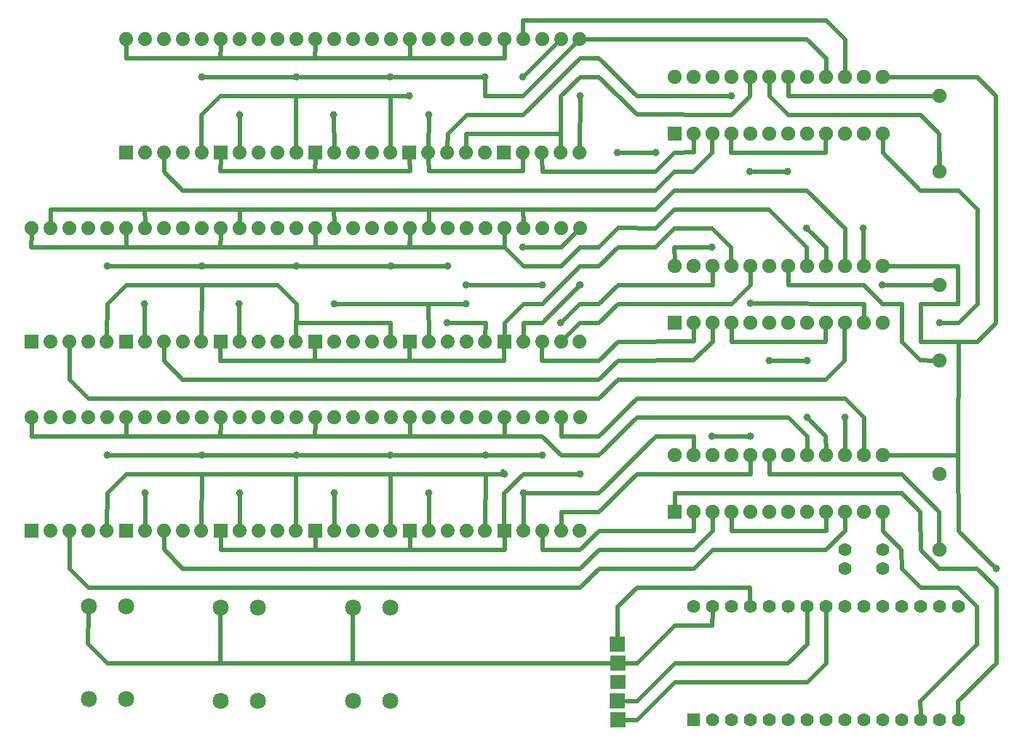
<source format=gbl>
G04 MADE WITH FRITZING*
G04 WWW.FRITZING.ORG*
G04 DOUBLE SIDED*
G04 HOLES PLATED*
G04 CONTOUR ON CENTER OF CONTOUR VECTOR*
%ASAXBY*%
%FSLAX23Y23*%
%MOIN*%
%OFA0B0*%
%SFA1.0B1.0*%
%ADD10C,0.039370*%
%ADD11C,0.070000*%
%ADD12C,0.075000*%
%ADD13C,0.085000*%
%ADD14C,0.074000*%
%ADD15R,0.073028X0.071501*%
%ADD16R,0.071756X0.074809*%
%ADD17R,0.073028X0.069551*%
%ADD18R,0.071501X0.071077*%
%ADD19R,0.071756X0.071756*%
%ADD20R,0.000028X0.000028*%
%ADD21R,0.082469X0.079707*%
%ADD22R,0.080184X0.080286*%
%ADD23R,0.078917X0.078057*%
%ADD24R,0.080000X0.080000*%
%ADD25R,0.080184X0.080012*%
%ADD26R,0.070000X0.069972*%
%ADD27R,0.074000X0.074000*%
%ADD28R,0.075000X0.075000*%
%ADD29C,0.024000*%
%LNCOPPER0*%
G90*
G70*
G54D10*
X4068Y2926D03*
X4769Y2027D03*
X4569Y2027D03*
X4867Y3025D03*
X4369Y2327D03*
X4570Y2327D03*
X4067Y1926D03*
X4269Y1926D03*
X3568Y3428D03*
X3769Y3427D03*
X4268Y3327D03*
X4468Y3327D03*
X4567Y3025D03*
G54D11*
X4769Y1227D03*
X4969Y1227D03*
X4769Y1327D03*
X4969Y1327D03*
G54D10*
X3370Y1728D03*
X2570Y3626D03*
X2467Y3725D03*
X4169Y3727D03*
X3369Y3728D03*
X5269Y3327D03*
X1369Y3826D03*
X1870Y3826D03*
X1870Y3826D03*
X2367Y3826D03*
X2367Y3826D03*
X2367Y3826D03*
X2868Y3826D03*
X2868Y3826D03*
X3068Y3826D03*
X3068Y3826D03*
X3069Y1627D03*
X3169Y1827D03*
X2969Y1727D03*
X5569Y1227D03*
G54D12*
X5269Y2727D03*
X5269Y2327D03*
G54D10*
X4270Y2629D03*
X3268Y2528D03*
X3368Y2728D03*
X3369Y2727D03*
X2768Y2726D03*
X3169Y2726D03*
X2768Y2627D03*
X3068Y2927D03*
X2367Y1826D03*
X1870Y1826D03*
X2869Y1827D03*
X5269Y1327D03*
X1068Y2626D03*
X1068Y2626D03*
X1568Y2626D03*
X1568Y2626D03*
X869Y1827D03*
X1369Y1826D03*
X1369Y1826D03*
X1870Y1826D03*
X2367Y1826D03*
X2869Y1827D03*
X869Y2827D03*
X1369Y2828D03*
X1369Y2828D03*
X1870Y2828D03*
X1870Y2828D03*
X2369Y2827D03*
X2369Y2827D03*
X2069Y2626D03*
X2668Y2528D03*
X2669Y2828D03*
X2669Y2828D03*
X1070Y1627D03*
X1569Y1627D03*
X2070Y1627D03*
X1070Y1627D03*
X1569Y1627D03*
X2070Y1627D03*
X2569Y1627D03*
X2569Y1627D03*
G54D13*
X2365Y1019D03*
X2169Y1019D03*
X2169Y527D03*
X2365Y527D03*
X1665Y1019D03*
X1469Y1019D03*
X1469Y527D03*
X1665Y527D03*
X969Y1027D03*
X772Y1027D03*
X772Y535D03*
X969Y535D03*
G54D14*
X3569Y427D03*
X3569Y527D03*
X3569Y627D03*
X3569Y727D03*
X3569Y827D03*
G54D11*
X3969Y427D03*
X4069Y427D03*
X4169Y427D03*
X4269Y427D03*
X4369Y427D03*
X4469Y427D03*
X4569Y427D03*
X4669Y427D03*
X4769Y427D03*
X4869Y427D03*
X4969Y427D03*
X5069Y427D03*
X5169Y427D03*
X5269Y427D03*
X5369Y427D03*
X3969Y1027D03*
X4069Y1027D03*
X4169Y1027D03*
X4269Y1027D03*
X4369Y1027D03*
X4469Y1027D03*
X4569Y1027D03*
X4669Y1027D03*
X4769Y1027D03*
X4869Y1027D03*
X4969Y1027D03*
X5069Y1027D03*
X5169Y1027D03*
X5269Y1027D03*
X5369Y1027D03*
G54D14*
X2968Y3426D03*
X3068Y3426D03*
X3168Y3426D03*
X3268Y3426D03*
X3366Y3427D03*
X3069Y4026D03*
X3169Y4026D03*
X3269Y4026D03*
X3368Y4027D03*
X2969Y4027D03*
X2969Y2427D03*
X3069Y2427D03*
X3169Y2427D03*
X3269Y2427D03*
X3367Y2427D03*
X3070Y3027D03*
X3170Y3027D03*
X3270Y3027D03*
X3369Y3027D03*
X2970Y3027D03*
X2969Y1427D03*
X3069Y1427D03*
X3169Y1427D03*
X3269Y1427D03*
X3367Y1427D03*
X3070Y2027D03*
X3170Y2027D03*
X3270Y2027D03*
X3369Y2027D03*
X2970Y2027D03*
X2468Y3426D03*
X2568Y3426D03*
X2668Y3426D03*
X2768Y3426D03*
X2866Y3427D03*
X2569Y4026D03*
X2669Y4026D03*
X2769Y4026D03*
X2868Y4027D03*
X2469Y4027D03*
X2469Y2427D03*
X2569Y2427D03*
X2669Y2427D03*
X2769Y2427D03*
X2867Y2427D03*
X2570Y3027D03*
X2670Y3027D03*
X2770Y3027D03*
X2869Y3027D03*
X2470Y3027D03*
X2469Y1427D03*
X2569Y1427D03*
X2669Y1427D03*
X2769Y1427D03*
X2867Y1427D03*
X2570Y2027D03*
X2670Y2027D03*
X2770Y2027D03*
X2869Y2027D03*
X2470Y2027D03*
X1969Y3426D03*
X2069Y3426D03*
X2169Y3426D03*
X2269Y3426D03*
X2368Y3427D03*
X2070Y4026D03*
X2170Y4026D03*
X2270Y4026D03*
X2369Y4027D03*
X1970Y4027D03*
X1969Y2427D03*
X2069Y2427D03*
X2169Y2427D03*
X2269Y2427D03*
X2367Y2427D03*
X2070Y3027D03*
X2170Y3027D03*
X2270Y3027D03*
X2369Y3027D03*
X1970Y3027D03*
X1969Y1427D03*
X2069Y1427D03*
X2169Y1427D03*
X2269Y1427D03*
X2367Y1427D03*
X2070Y2027D03*
X2170Y2027D03*
X2270Y2027D03*
X2369Y2027D03*
X1970Y2027D03*
X1470Y3427D03*
X1570Y3427D03*
X1670Y3427D03*
X1770Y3427D03*
X1869Y3427D03*
X1571Y4027D03*
X1671Y4027D03*
X1771Y4027D03*
X1870Y4027D03*
X1471Y4027D03*
X1469Y2427D03*
X1569Y2427D03*
X1669Y2427D03*
X1769Y2427D03*
X1867Y2427D03*
X1570Y3027D03*
X1670Y3027D03*
X1770Y3027D03*
X1869Y3027D03*
X1470Y3027D03*
X1469Y1427D03*
X1569Y1427D03*
X1669Y1427D03*
X1769Y1427D03*
X1867Y1427D03*
X1570Y2027D03*
X1670Y2027D03*
X1770Y2027D03*
X1869Y2027D03*
X1470Y2027D03*
X469Y2427D03*
X569Y2427D03*
X669Y2427D03*
X769Y2427D03*
X867Y2427D03*
X570Y3027D03*
X670Y3027D03*
X770Y3027D03*
X869Y3027D03*
X470Y3027D03*
X469Y1427D03*
X569Y1427D03*
X669Y1427D03*
X769Y1427D03*
X867Y1427D03*
X570Y2027D03*
X670Y2027D03*
X770Y2027D03*
X869Y2027D03*
X470Y2027D03*
X970Y3427D03*
X1070Y3427D03*
X1170Y3427D03*
X1270Y3427D03*
X1369Y3427D03*
X1071Y4027D03*
X1171Y4027D03*
X1271Y4027D03*
X1370Y4027D03*
X971Y4027D03*
X969Y2427D03*
X1069Y2427D03*
X1169Y2427D03*
X1269Y2427D03*
X1367Y2427D03*
X1070Y3027D03*
X1170Y3027D03*
X1270Y3027D03*
X1369Y3027D03*
X970Y3027D03*
X969Y1427D03*
X1069Y1427D03*
X1169Y1427D03*
X1269Y1427D03*
X1367Y1427D03*
X1070Y2027D03*
X1170Y2027D03*
X1270Y2027D03*
X1369Y2027D03*
X970Y2027D03*
G54D12*
X3869Y3527D03*
X3869Y3827D03*
X3969Y3527D03*
X3969Y3827D03*
X4069Y3527D03*
X4069Y3827D03*
X4169Y3527D03*
X4169Y3827D03*
X4269Y3527D03*
X4269Y3827D03*
X4369Y3527D03*
X4369Y3827D03*
X4469Y3527D03*
X4469Y3827D03*
X4569Y3527D03*
X4569Y3827D03*
X4669Y3527D03*
X4669Y3827D03*
X4769Y3527D03*
X4769Y3827D03*
X4869Y3527D03*
X4869Y3827D03*
X4969Y3527D03*
X4969Y3827D03*
X3869Y2527D03*
X3869Y2827D03*
X3969Y2527D03*
X3969Y2827D03*
X4069Y2527D03*
X4069Y2827D03*
X4169Y2527D03*
X4169Y2827D03*
X4269Y2527D03*
X4269Y2827D03*
X4369Y2527D03*
X4369Y2827D03*
X4469Y2527D03*
X4469Y2827D03*
X4569Y2527D03*
X4569Y2827D03*
X4669Y2527D03*
X4669Y2827D03*
X4769Y2527D03*
X4769Y2827D03*
X4869Y2527D03*
X4869Y2827D03*
X4969Y2527D03*
X4969Y2827D03*
X3870Y1527D03*
X3870Y1827D03*
X3970Y1527D03*
X3970Y1827D03*
X4070Y1527D03*
X4070Y1827D03*
X4170Y1527D03*
X4170Y1827D03*
X4270Y1527D03*
X4270Y1827D03*
X4370Y1527D03*
X4370Y1827D03*
X4470Y1527D03*
X4470Y1827D03*
X4570Y1527D03*
X4570Y1827D03*
X4670Y1527D03*
X4670Y1827D03*
X4770Y1527D03*
X4770Y1827D03*
X4870Y1527D03*
X4870Y1827D03*
X4970Y1527D03*
X4970Y1827D03*
X5269Y3327D03*
X5269Y3727D03*
X5269Y1327D03*
X5269Y1727D03*
G54D10*
X5269Y2527D03*
X4968Y2725D03*
X4968Y2725D03*
X5270Y2725D03*
X5270Y2725D03*
X1570Y3626D03*
X1570Y3626D03*
X2068Y3626D03*
X2068Y3626D03*
G54D15*
X3568Y826D03*
G54D16*
X3569Y728D03*
G54D17*
X3570Y627D03*
G54D18*
X3569Y426D03*
G54D19*
X3569Y527D03*
G54D20*
X3569Y427D03*
X3569Y527D03*
G54D18*
X3569Y527D03*
G54D19*
X3569Y427D03*
G54D20*
X3569Y427D03*
X3569Y527D03*
G54D18*
X3569Y527D03*
G54D19*
X3569Y427D03*
G54D20*
X3569Y427D03*
X3569Y527D03*
G54D18*
X3569Y527D03*
G54D19*
X3569Y427D03*
G54D21*
X3568Y827D03*
G54D22*
X3569Y727D03*
G54D23*
X3569Y627D03*
G54D24*
X3568Y527D03*
G54D25*
X3569Y427D03*
G54D26*
X3969Y427D03*
G54D27*
X2968Y3426D03*
X2969Y2427D03*
X2969Y1427D03*
X2468Y3426D03*
X2469Y2427D03*
X2469Y1427D03*
X1969Y3426D03*
X1969Y2427D03*
X1969Y1427D03*
X1470Y3427D03*
X1469Y2427D03*
X1469Y1427D03*
X469Y2427D03*
X469Y1427D03*
X970Y3427D03*
X969Y2427D03*
X969Y1427D03*
G54D28*
X3869Y3527D03*
X3869Y2527D03*
X3870Y1527D03*
G54D29*
X1468Y727D02*
X3525Y727D01*
D02*
X1468Y984D02*
X1468Y727D01*
D02*
X2168Y727D02*
X2168Y984D01*
D02*
X3525Y727D02*
X2168Y727D01*
D02*
X767Y829D02*
X771Y992D01*
D02*
X869Y727D02*
X767Y829D01*
D02*
X3525Y727D02*
X869Y727D01*
D02*
X3587Y3428D02*
X3750Y3427D01*
D02*
X3868Y2926D02*
X3869Y2856D01*
D02*
X4049Y2926D02*
X3868Y2926D01*
D02*
X4769Y2008D02*
X4770Y1856D01*
D02*
X4582Y2013D02*
X4668Y1928D01*
D02*
X4668Y1928D02*
X4669Y1856D01*
D02*
X4551Y2327D02*
X4388Y2327D01*
D02*
X4086Y1926D02*
X4250Y1926D01*
D02*
X4287Y3327D02*
X4449Y3327D01*
D02*
X4868Y2856D02*
X4867Y3006D01*
D02*
X4669Y2928D02*
X4581Y3012D01*
D02*
X4669Y2856D02*
X4669Y2928D01*
D02*
X3468Y1627D02*
X3369Y1627D01*
D02*
X3770Y1925D02*
X3468Y1627D01*
D02*
X3970Y1926D02*
X3770Y1925D01*
D02*
X3970Y1856D02*
X3970Y1926D01*
D02*
X1467Y3329D02*
X1469Y3396D01*
D02*
X1968Y3329D02*
X1467Y3329D01*
D02*
X1969Y3395D02*
X1968Y3329D01*
D02*
X1968Y3329D02*
X1969Y3395D01*
D02*
X2469Y3329D02*
X1968Y3329D01*
D02*
X2468Y3395D02*
X2469Y3329D01*
D02*
X4167Y3427D02*
X4668Y3427D01*
D02*
X4668Y3427D02*
X4668Y3498D01*
D02*
X4168Y3498D02*
X4167Y3427D01*
D02*
X3068Y3329D02*
X2570Y3329D01*
D02*
X3267Y3728D02*
X3267Y3528D01*
D02*
X3369Y3826D02*
X3267Y3728D01*
D02*
X3267Y3528D02*
X3267Y3458D01*
D02*
X4170Y3628D02*
X3669Y3629D01*
D02*
X3468Y3826D02*
X3369Y3826D01*
D02*
X3669Y3629D02*
X3468Y3826D01*
D02*
X4268Y3726D02*
X4170Y3628D01*
D02*
X4268Y3798D02*
X4268Y3726D01*
D02*
X3468Y3927D02*
X3669Y3726D01*
D02*
X3669Y3726D02*
X4150Y3727D01*
D02*
X3068Y3626D02*
X3369Y3927D01*
D02*
X3369Y3927D02*
X3468Y3927D01*
D02*
X2770Y3628D02*
X3068Y3626D01*
D02*
X3267Y3528D02*
X2767Y3527D01*
D02*
X2767Y3527D02*
X2767Y3458D01*
D02*
X3267Y3458D02*
X3267Y3528D01*
D02*
X3369Y3709D02*
X3367Y3458D01*
D02*
X4567Y4025D02*
X3399Y4026D01*
D02*
X4669Y3928D02*
X4567Y4025D01*
D02*
X4669Y3856D02*
X4669Y3928D01*
D02*
X5268Y3527D02*
X5269Y3346D01*
D02*
X4470Y3628D02*
X5170Y3628D01*
D02*
X5170Y3628D02*
X5268Y3527D01*
D02*
X4369Y3726D02*
X4470Y3628D01*
D02*
X4369Y3798D02*
X4369Y3726D01*
D02*
X1851Y3826D02*
X1388Y3826D01*
D02*
X2348Y3826D02*
X1889Y3826D01*
D02*
X2386Y3826D02*
X2849Y3826D01*
D02*
X1467Y3927D02*
X970Y3927D01*
D02*
X970Y3927D02*
X970Y3996D01*
D02*
X1470Y3996D02*
X1467Y3927D01*
D02*
X1968Y3927D02*
X1467Y3927D01*
D02*
X1467Y3927D02*
X1470Y3996D01*
D02*
X1969Y3996D02*
X1968Y3927D01*
D02*
X2469Y3927D02*
X2469Y3996D01*
D02*
X1968Y3927D02*
X2469Y3927D01*
D02*
X1969Y3996D02*
X1968Y3927D01*
D02*
X2970Y3927D02*
X2469Y3927D01*
D02*
X2469Y3927D02*
X2469Y3996D01*
D02*
X2969Y3996D02*
X2970Y3927D01*
D02*
X4770Y4025D02*
X4669Y4127D01*
D02*
X4769Y3856D02*
X4770Y4025D01*
D02*
X4669Y4127D02*
X3068Y4127D01*
D02*
X3068Y4127D02*
X3068Y4058D01*
D02*
X2868Y3728D02*
X3068Y3728D01*
D02*
X2868Y3807D02*
X2868Y3728D01*
D02*
X3068Y3728D02*
X3346Y4005D01*
D02*
X3081Y3839D02*
X3247Y4005D01*
D02*
X3081Y3839D02*
X3247Y4005D01*
D02*
X4997Y3827D02*
X5470Y3827D01*
D02*
X4469Y3728D02*
X5240Y3727D01*
D02*
X4469Y3798D02*
X4469Y3728D01*
D02*
X3069Y1458D02*
X3069Y1608D01*
D02*
X3069Y1627D02*
X3069Y1458D01*
D02*
X3369Y1627D02*
X3069Y1627D01*
D02*
X2968Y1728D02*
X2959Y1743D01*
D02*
X2869Y1725D02*
X2968Y1728D01*
D02*
X2868Y1458D02*
X2869Y1725D01*
D02*
X2869Y1725D02*
X2868Y1458D01*
D02*
X3269Y1528D02*
X3468Y1526D01*
D02*
X3468Y1526D02*
X3669Y1728D01*
D02*
X3269Y1458D02*
X3269Y1528D01*
D02*
X3669Y1728D02*
X4270Y1727D01*
D02*
X4270Y1727D02*
X4270Y1798D01*
D02*
X1268Y3228D02*
X3768Y3226D01*
D02*
X1170Y3325D02*
X1268Y3228D01*
D02*
X1170Y3396D02*
X1170Y3325D01*
D02*
X3868Y3326D02*
X3968Y3326D01*
D02*
X3968Y3326D02*
X4068Y3428D01*
D02*
X3768Y3226D02*
X3868Y3326D01*
D02*
X4068Y3428D02*
X4068Y3498D01*
D02*
X3369Y2827D02*
X3368Y2827D01*
D02*
X3069Y2626D02*
X2969Y2525D01*
D02*
X3170Y2626D02*
X3069Y2626D01*
D02*
X2969Y2525D02*
X2969Y2458D01*
D02*
X3368Y2827D02*
X3170Y2626D01*
D02*
X4568Y3226D02*
X4769Y3027D01*
D02*
X3768Y3126D02*
X3868Y3226D01*
D02*
X3868Y3226D02*
X4568Y3226D01*
D02*
X3068Y3127D02*
X3768Y3126D01*
D02*
X4769Y3027D02*
X4769Y2856D01*
D02*
X3069Y3058D02*
X3068Y3127D01*
D02*
X2570Y3128D02*
X3068Y3128D01*
D02*
X3068Y3128D02*
X3069Y3058D01*
D02*
X2570Y3058D02*
X2570Y3128D01*
D02*
X2570Y3128D02*
X2068Y3128D01*
D02*
X2068Y3128D02*
X2069Y3058D01*
D02*
X2570Y3058D02*
X2570Y3128D01*
D02*
X2068Y3128D02*
X1570Y3128D01*
D02*
X1570Y3128D02*
X1570Y3058D01*
D02*
X2069Y3058D02*
X2068Y3128D01*
D02*
X1570Y3128D02*
X1068Y3128D01*
D02*
X1068Y3128D02*
X1069Y3058D01*
D02*
X1570Y3058D02*
X1570Y3128D01*
D02*
X1068Y3128D02*
X570Y3128D01*
D02*
X570Y3128D02*
X570Y3058D01*
D02*
X1069Y3058D02*
X1068Y3128D01*
D02*
X4269Y2798D02*
X4269Y2728D01*
D02*
X4269Y2728D02*
X4169Y2628D01*
D02*
X3569Y2626D02*
X3468Y2525D01*
D02*
X4169Y2628D02*
X3569Y2626D01*
D02*
X3569Y2727D02*
X4069Y2728D01*
D02*
X3468Y2626D02*
X3569Y2727D01*
D02*
X3368Y2628D02*
X3468Y2626D01*
D02*
X4069Y2728D02*
X4069Y2798D01*
D02*
X3170Y2525D02*
X3355Y2713D01*
D02*
X3069Y2525D02*
X3170Y2525D01*
D02*
X3069Y2458D02*
X3069Y2525D01*
D02*
X3269Y2827D02*
X3368Y2927D01*
D02*
X3069Y2827D02*
X3269Y2827D01*
D02*
X2969Y2927D02*
X3069Y2827D01*
D02*
X2969Y2996D02*
X2969Y2927D01*
D02*
X3150Y2726D02*
X2787Y2726D01*
D02*
X1889Y1826D02*
X2348Y1826D01*
D02*
X2850Y1827D02*
X2386Y1826D01*
D02*
X5069Y1726D02*
X5268Y1527D01*
D02*
X4371Y1726D02*
X5069Y1726D01*
D02*
X5268Y1527D02*
X5268Y1346D01*
D02*
X4370Y1798D02*
X4371Y1726D01*
D02*
X3468Y2127D02*
X3569Y2227D01*
D02*
X3569Y2227D02*
X4668Y2226D01*
D02*
X4668Y2226D02*
X4767Y2326D01*
D02*
X4767Y2326D02*
X4768Y2498D01*
D02*
X770Y2127D02*
X3468Y2127D01*
D02*
X669Y2228D02*
X770Y2127D01*
D02*
X669Y2396D02*
X669Y2228D01*
D02*
X1370Y2727D02*
X969Y2725D01*
D02*
X969Y2725D02*
X870Y2626D01*
D02*
X870Y2626D02*
X868Y2458D01*
D02*
X1368Y2458D02*
X1370Y2727D01*
D02*
X3467Y2226D02*
X3569Y2328D01*
D02*
X3968Y2329D02*
X4069Y2426D01*
D02*
X3569Y2328D02*
X3968Y2329D01*
D02*
X4069Y2426D02*
X4069Y2498D01*
D02*
X1268Y2228D02*
X3467Y2226D01*
D02*
X1170Y2325D02*
X1268Y2228D01*
D02*
X1169Y2396D02*
X1170Y2325D01*
D02*
X1870Y2626D02*
X1769Y2727D01*
D02*
X1769Y2727D02*
X1370Y2727D01*
D02*
X1370Y2727D02*
X1368Y2458D01*
D02*
X1868Y2458D02*
X1870Y2626D01*
D02*
X2367Y2527D02*
X1870Y2528D01*
D02*
X1870Y2626D02*
X1868Y2458D01*
D02*
X1870Y2528D02*
X1870Y2626D01*
D02*
X2367Y2458D02*
X2367Y2527D01*
D02*
X2467Y2328D02*
X2468Y2396D01*
D02*
X1967Y2328D02*
X2467Y2328D01*
D02*
X1968Y2396D02*
X1967Y2328D01*
D02*
X1467Y2328D02*
X1967Y2328D01*
D02*
X1967Y2328D02*
X1968Y2396D01*
D02*
X1468Y2396D02*
X1467Y2328D01*
D02*
X2967Y2328D02*
X2968Y2396D01*
D02*
X2467Y2328D02*
X2967Y2328D01*
D02*
X2468Y2396D02*
X2467Y2328D01*
D02*
X3468Y2328D02*
X3569Y2428D01*
D02*
X3370Y2328D02*
X3468Y2328D01*
D02*
X3569Y2428D02*
X3969Y2429D01*
D02*
X3969Y2429D02*
X3969Y2498D01*
D02*
X3168Y2328D02*
X3370Y2328D01*
D02*
X3168Y2396D02*
X3168Y2328D01*
D02*
X4668Y2428D02*
X4169Y2428D01*
D02*
X4169Y2428D02*
X4169Y2498D01*
D02*
X4668Y2498D02*
X4668Y2428D01*
D02*
X3281Y2541D02*
X3368Y2628D01*
D02*
X1068Y2607D02*
X1068Y2458D01*
D02*
X1068Y2458D02*
X1068Y2607D01*
D02*
X1568Y2607D02*
X1568Y2458D01*
D02*
X1568Y2607D02*
X1568Y2458D01*
D02*
X3368Y2528D02*
X3290Y2449D01*
D02*
X1350Y2828D02*
X888Y2827D01*
D02*
X469Y1927D02*
X969Y1927D01*
D02*
X469Y1996D02*
X469Y1927D01*
D02*
X1467Y1927D02*
X969Y1927D01*
D02*
X1968Y1927D02*
X1467Y1927D01*
D02*
X2469Y1927D02*
X1968Y1927D01*
D02*
X2969Y1927D02*
X2469Y1927D01*
D02*
X2969Y1927D02*
X3168Y1927D01*
D02*
X3467Y1826D02*
X3669Y2025D01*
D02*
X3269Y1826D02*
X3467Y1826D01*
D02*
X3168Y1927D02*
X3269Y1826D01*
D02*
X3669Y2025D02*
X4469Y2027D01*
D02*
X4569Y1926D02*
X4570Y1856D01*
D02*
X4469Y2027D02*
X4569Y1926D01*
D02*
X969Y1927D02*
X970Y1996D01*
D02*
X969Y1927D02*
X970Y1996D01*
D02*
X1467Y1927D02*
X1469Y1996D01*
D02*
X1469Y1996D02*
X1467Y1927D01*
D02*
X1969Y1996D02*
X1968Y1927D01*
D02*
X1968Y1927D02*
X1969Y1996D01*
D02*
X2469Y1996D02*
X2469Y1927D01*
D02*
X2469Y1927D02*
X2469Y1996D01*
D02*
X2970Y1996D02*
X2969Y1927D01*
D02*
X2970Y1996D02*
X2969Y1927D01*
D02*
X888Y1827D02*
X1350Y1826D01*
D02*
X1388Y1826D02*
X1851Y1826D01*
D02*
X3150Y1827D02*
X2888Y1827D01*
D02*
X467Y2927D02*
X969Y2927D01*
D02*
X969Y2927D02*
X969Y2996D01*
D02*
X469Y2996D02*
X467Y2927D01*
D02*
X969Y2927D02*
X1467Y2927D01*
D02*
X1467Y2927D02*
X1469Y2996D01*
D02*
X969Y2996D02*
X969Y2927D01*
D02*
X1467Y2927D02*
X1969Y2927D01*
D02*
X1969Y2927D02*
X1969Y2996D01*
D02*
X1469Y2996D02*
X1467Y2927D01*
D02*
X1969Y2927D02*
X2467Y2927D01*
D02*
X2467Y2927D02*
X2469Y2996D01*
D02*
X1969Y2996D02*
X1969Y2927D01*
D02*
X1851Y2828D02*
X1388Y2828D01*
D02*
X2350Y2827D02*
X1889Y2828D01*
D02*
X2650Y2827D02*
X2388Y2827D01*
D02*
X3468Y2525D02*
X3368Y2528D01*
D02*
X2869Y2528D02*
X2687Y2528D01*
D02*
X2868Y2458D02*
X2869Y2528D01*
D02*
X2568Y2627D02*
X2088Y2626D01*
D02*
X2569Y2458D02*
X2568Y2627D01*
D02*
X2568Y2627D02*
X2569Y2458D01*
D02*
X2749Y2627D02*
X2568Y2627D01*
D02*
X2470Y2926D02*
X2969Y2927D01*
D02*
X2969Y2927D02*
X2969Y2996D01*
D02*
X2470Y2996D02*
X2470Y2926D01*
D02*
X3269Y2927D02*
X3347Y3005D01*
D02*
X3087Y2927D02*
X3269Y2927D01*
D02*
X3170Y2525D02*
X3069Y2525D01*
D02*
X3354Y2714D02*
X3170Y2525D01*
D02*
X3069Y2525D02*
X3069Y2458D01*
D02*
X5169Y1128D02*
X5069Y1228D01*
D02*
X5368Y1127D02*
X5169Y1128D01*
D02*
X5468Y1027D02*
X5368Y1127D01*
D02*
X4969Y1427D02*
X4970Y1526D01*
D02*
X5068Y1327D02*
X4969Y1427D01*
D02*
X5069Y1228D02*
X5068Y1327D01*
D02*
X5468Y828D02*
X5468Y1027D01*
D02*
X5168Y528D02*
X5468Y828D01*
D02*
X4970Y1526D02*
X4967Y1498D01*
D02*
X5169Y456D02*
X5168Y528D01*
D02*
X5369Y1426D02*
X5368Y1828D01*
D02*
X5468Y1327D02*
X5369Y1426D01*
D02*
X5555Y1240D02*
X5468Y1327D01*
D02*
X5368Y1828D02*
X4999Y1827D01*
D02*
X3568Y1026D02*
X3568Y861D01*
D02*
X3669Y1127D02*
X3568Y1026D01*
D02*
X4268Y1127D02*
X3669Y1127D01*
D02*
X4268Y1056D02*
X4268Y1127D01*
D02*
X3669Y728D02*
X3612Y727D01*
D02*
X3869Y926D02*
X3669Y728D01*
D02*
X4068Y928D02*
X3869Y926D01*
D02*
X4069Y998D02*
X4068Y928D01*
D02*
X4569Y827D02*
X4569Y998D01*
D02*
X4468Y726D02*
X4569Y827D01*
D02*
X3869Y728D02*
X4468Y726D01*
D02*
X3669Y528D02*
X3869Y728D01*
D02*
X3612Y528D02*
X3669Y528D01*
D02*
X4670Y726D02*
X4669Y998D01*
D02*
X4569Y627D02*
X4670Y726D01*
D02*
X3869Y628D02*
X4569Y627D01*
D02*
X3669Y428D02*
X3869Y628D01*
D02*
X3603Y427D02*
X3669Y428D01*
D02*
X5069Y1628D02*
X3871Y1628D01*
D02*
X5167Y1527D02*
X5069Y1628D01*
D02*
X3871Y1628D02*
X3870Y1556D01*
D02*
X5170Y1327D02*
X5167Y1527D01*
D02*
X5268Y1226D02*
X5170Y1327D01*
D02*
X5468Y1226D02*
X5268Y1226D01*
D02*
X5569Y1127D02*
X5468Y1226D01*
D02*
X5570Y726D02*
X5569Y1127D01*
D02*
X5368Y527D02*
X5570Y726D01*
D02*
X5368Y456D02*
X5368Y527D01*
D02*
X4070Y1428D02*
X4070Y1498D01*
D02*
X3368Y1227D02*
X3469Y1327D01*
D02*
X3469Y1327D02*
X3970Y1327D01*
D02*
X3970Y1327D02*
X4070Y1428D01*
D02*
X1268Y1228D02*
X3368Y1227D01*
D02*
X1170Y1329D02*
X1268Y1228D01*
D02*
X1169Y1396D02*
X1170Y1329D01*
D02*
X3368Y1127D02*
X3469Y1227D01*
D02*
X3469Y1227D02*
X3970Y1227D01*
D02*
X3970Y1227D02*
X4070Y1327D01*
D02*
X4070Y1327D02*
X4668Y1326D01*
D02*
X4668Y1326D02*
X4770Y1428D01*
D02*
X770Y1127D02*
X3368Y1127D01*
D02*
X4770Y1428D02*
X4770Y1498D01*
D02*
X669Y1228D02*
X770Y1127D01*
D02*
X669Y1396D02*
X669Y1228D01*
D02*
X4171Y1427D02*
X4670Y1427D01*
D02*
X4670Y1427D02*
X4670Y1498D01*
D02*
X4170Y1498D02*
X4171Y1427D01*
D02*
X4869Y2027D02*
X4870Y1856D01*
D02*
X4769Y2127D02*
X4869Y2027D01*
D02*
X3669Y2127D02*
X4769Y2127D01*
D02*
X3467Y1927D02*
X3669Y2127D01*
D02*
X3269Y1927D02*
X3467Y1927D01*
D02*
X3270Y1996D02*
X3269Y1927D01*
D02*
X3069Y1728D02*
X2968Y1627D01*
D02*
X2968Y1627D02*
X2968Y1458D01*
D02*
X3351Y1728D02*
X3069Y1728D01*
D02*
X3970Y1428D02*
X3970Y1498D01*
D02*
X3368Y1327D02*
X3469Y1428D01*
D02*
X3469Y1428D02*
X3970Y1428D01*
D02*
X3170Y1326D02*
X3368Y1327D01*
D02*
X3169Y1396D02*
X3170Y1326D01*
D02*
X970Y1727D02*
X870Y1627D01*
D02*
X870Y1627D02*
X868Y1458D01*
D02*
X1370Y1725D02*
X970Y1727D01*
D02*
X1368Y1458D02*
X1370Y1725D01*
D02*
X1070Y1608D02*
X1070Y1527D01*
D02*
X1070Y1527D02*
X1069Y1458D01*
D02*
X1569Y1458D02*
X1569Y1608D01*
D02*
X1469Y1327D02*
X1469Y1396D01*
D02*
X1970Y1327D02*
X1469Y1327D01*
D02*
X1969Y1396D02*
X1970Y1327D01*
D02*
X1867Y1725D02*
X1867Y1458D01*
D02*
X1370Y1725D02*
X1867Y1725D01*
D02*
X1368Y1458D02*
X1370Y1725D01*
D02*
X2069Y1458D02*
X2070Y1608D01*
D02*
X1070Y1608D02*
X1069Y1458D01*
D02*
X1569Y1608D02*
X1569Y1458D01*
D02*
X1970Y1327D02*
X1969Y1396D01*
D02*
X2470Y1327D02*
X1970Y1327D01*
D02*
X2469Y1396D02*
X2470Y1327D01*
D02*
X2368Y1725D02*
X2367Y1458D01*
D02*
X1867Y1725D02*
X2368Y1725D01*
D02*
X1867Y1458D02*
X1867Y1725D01*
D02*
X2070Y1608D02*
X2069Y1458D01*
D02*
X2569Y1528D02*
X2569Y1608D01*
D02*
X2569Y1458D02*
X2569Y1528D01*
D02*
X2470Y1327D02*
X2469Y1396D01*
D02*
X2970Y1327D02*
X2470Y1327D01*
D02*
X2969Y1396D02*
X2969Y1327D01*
D02*
X2368Y1725D02*
X2869Y1725D01*
D02*
X2368Y1458D02*
X2368Y1725D01*
D02*
X2569Y1608D02*
X2569Y1458D01*
D02*
X5369Y2426D02*
X5368Y1828D01*
D02*
X5368Y1828D02*
X4999Y1827D01*
D02*
X4289Y2629D02*
X4870Y2626D01*
D02*
X4870Y2626D02*
X4869Y2556D01*
D02*
X5069Y2426D02*
X5167Y2329D01*
D02*
X5069Y2628D02*
X5069Y2426D01*
D02*
X5167Y2329D02*
X5240Y2327D01*
D02*
X4968Y2626D02*
X5069Y2628D01*
D02*
X4870Y2725D02*
X4968Y2626D01*
D02*
X4471Y2725D02*
X4870Y2725D01*
D02*
X4469Y2798D02*
X4471Y2725D01*
D02*
X5169Y2627D02*
X5169Y2426D01*
D02*
X5169Y2426D02*
X5369Y2426D01*
D02*
X5368Y2626D02*
X5169Y2627D01*
D02*
X5368Y2828D02*
X5368Y2626D01*
D02*
X4997Y2827D02*
X5368Y2828D01*
D02*
X5368Y2828D02*
X4997Y2827D01*
D02*
X5567Y2527D02*
X5470Y2426D01*
D02*
X5567Y3726D02*
X5567Y2527D01*
D02*
X5470Y3827D02*
X5567Y3726D01*
D02*
X5470Y2426D02*
X5169Y2426D01*
D02*
X5169Y2426D02*
X5169Y2627D01*
D02*
X5169Y2627D02*
X5368Y2626D01*
D02*
X5368Y2626D02*
X5368Y2828D01*
D02*
X5288Y2527D02*
X5369Y2527D01*
D02*
X5470Y2628D02*
X5470Y3127D01*
D02*
X5470Y3127D02*
X5369Y3228D01*
D02*
X5369Y2527D02*
X5470Y2628D01*
D02*
X5167Y3228D02*
X4969Y3427D01*
D02*
X4969Y3427D02*
X4969Y3498D01*
D02*
X5369Y3228D02*
X5167Y3228D01*
D02*
X5240Y2727D02*
X4987Y2725D01*
D02*
X5251Y2725D02*
X4987Y2725D01*
D02*
X3569Y2928D02*
X3468Y2827D01*
D02*
X3468Y2827D02*
X3369Y2827D01*
D02*
X3768Y2926D02*
X3569Y2928D01*
D02*
X3868Y3026D02*
X3768Y2926D01*
D02*
X4068Y3026D02*
X3868Y3026D01*
D02*
X4168Y2926D02*
X4068Y3026D01*
D02*
X4168Y2856D02*
X4168Y2926D01*
D02*
X3468Y2928D02*
X3569Y3029D01*
D02*
X4368Y3126D02*
X4568Y2926D01*
D02*
X3768Y3026D02*
X3868Y3126D01*
D02*
X3868Y3126D02*
X4368Y3126D01*
D02*
X3569Y3029D02*
X3768Y3026D01*
D02*
X3368Y2927D02*
X3468Y2928D01*
D02*
X4568Y2926D02*
X4568Y2856D01*
D02*
X4369Y3726D02*
X4369Y3798D01*
D02*
X5268Y3527D02*
X5167Y3628D01*
D02*
X4470Y3628D02*
X4369Y3726D01*
D02*
X5167Y3628D02*
X4470Y3628D01*
D02*
X5268Y3356D02*
X5268Y3527D01*
D02*
X3170Y3326D02*
X3168Y3395D01*
D02*
X3768Y3326D02*
X3170Y3326D01*
D02*
X3868Y3428D02*
X3768Y3326D01*
D02*
X3969Y3429D02*
X3868Y3428D01*
D02*
X3969Y3498D02*
X3969Y3429D01*
D02*
X1867Y3725D02*
X1467Y3725D01*
D02*
X1467Y3725D02*
X1368Y3626D01*
D02*
X1368Y3626D02*
X1368Y3458D01*
D02*
X1868Y3458D02*
X1867Y3725D01*
D02*
X2368Y3725D02*
X2368Y3458D01*
D02*
X1867Y3725D02*
X2368Y3725D01*
D02*
X1868Y3458D02*
X1867Y3725D01*
D02*
X2368Y3725D02*
X2448Y3725D01*
D02*
X2368Y3458D02*
X2368Y3725D01*
D02*
X2669Y3527D02*
X2770Y3628D01*
D02*
X2668Y3458D02*
X2669Y3527D01*
D02*
X1570Y3607D02*
X1570Y3458D01*
D02*
X1570Y3607D02*
X1570Y3458D01*
D02*
X2068Y3607D02*
X2069Y3458D01*
D02*
X2069Y3458D02*
X2068Y3607D01*
D02*
X2570Y3329D02*
X2568Y3395D01*
D02*
X2568Y3458D02*
X2570Y3607D01*
D02*
X3068Y3395D02*
X3068Y3329D01*
G04 End of Copper0*
M02*
</source>
